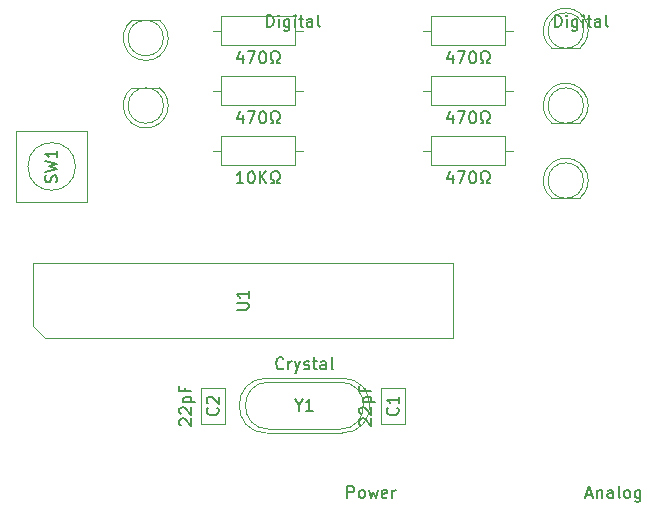
<source format=gbr>
G04 #@! TF.GenerationSoftware,KiCad,Pcbnew,(5.0.0)*
G04 #@! TF.CreationDate,2019-11-08T15:30:58-04:00*
G04 #@! TF.ProjectId,Nueva carpeta,4E7565766120636172706574612E6B69,rev?*
G04 #@! TF.SameCoordinates,Original*
G04 #@! TF.FileFunction,Other,Fab,Top*
%FSLAX46Y46*%
G04 Gerber Fmt 4.6, Leading zero omitted, Abs format (unit mm)*
G04 Created by KiCad (PCBNEW (5.0.0)) date 11/08/19 15:30:58*
%MOMM*%
%LPD*%
G01*
G04 APERTURE LIST*
%ADD10C,0.100000*%
%ADD11C,0.150000*%
G04 APERTURE END LIST*
D10*
G04 #@! TO.C,D5*
X127612524Y-79779445D02*
G75*
G03X129944190Y-79780000I1165476J-1500555D01*
G01*
X130278000Y-81280000D02*
G75*
G03X130278000Y-81280000I-1500000J0D01*
G01*
X129944190Y-79780000D02*
X127611810Y-79780000D01*
G04 #@! TO.C,R6*
X135153000Y-79395000D02*
X135153000Y-81895000D01*
X135153000Y-81895000D02*
X141453000Y-81895000D01*
X141453000Y-81895000D02*
X141453000Y-79395000D01*
X141453000Y-79395000D02*
X135153000Y-79395000D01*
X134493000Y-80645000D02*
X135153000Y-80645000D01*
X142113000Y-80645000D02*
X141453000Y-80645000D01*
G04 #@! TO.C,U1*
X119253000Y-105680000D02*
X119253000Y-100330000D01*
X119253000Y-100330000D02*
X154813000Y-100330000D01*
X154813000Y-100330000D02*
X154813000Y-106680000D01*
X154813000Y-106680000D02*
X120253000Y-106680000D01*
X120253000Y-106680000D02*
X119253000Y-105680000D01*
G04 #@! TO.C,SW1*
X123813000Y-92150000D02*
X123813000Y-95150000D01*
X123813000Y-95150000D02*
X117813000Y-95150000D01*
X117813000Y-95150000D02*
X117813000Y-89150000D01*
X117813000Y-89150000D02*
X123813000Y-89150000D01*
X123813000Y-89150000D02*
X123813000Y-92150000D01*
X122828564Y-92150000D02*
G75*
G03X122828564Y-92150000I-2015564J0D01*
G01*
G04 #@! TO.C,C1*
X150733000Y-113915000D02*
X150733000Y-110915000D01*
X148733000Y-113915000D02*
X150733000Y-113915000D01*
X148733000Y-110915000D02*
X148733000Y-113915000D01*
X150733000Y-110915000D02*
X148733000Y-110915000D01*
G04 #@! TO.C,C2*
X135493000Y-110915000D02*
X133493000Y-110915000D01*
X133493000Y-110915000D02*
X133493000Y-113915000D01*
X133493000Y-113915000D02*
X135493000Y-113915000D01*
X135493000Y-113915000D02*
X135493000Y-110915000D01*
G04 #@! TO.C,Y1*
X145413000Y-114720000D02*
X139013000Y-114720000D01*
X145413000Y-110070000D02*
X139013000Y-110070000D01*
X145213000Y-114395000D02*
X139213000Y-114395000D01*
X145213000Y-110395000D02*
X139213000Y-110395000D01*
X145413000Y-110070000D02*
G75*
G02X145413000Y-114720000I0J-2325000D01*
G01*
X139013000Y-110070000D02*
G75*
G03X139013000Y-114720000I0J-2325000D01*
G01*
X145213000Y-110395000D02*
G75*
G02X145213000Y-114395000I0J-2000000D01*
G01*
X139213000Y-110395000D02*
G75*
G03X139213000Y-114395000I0J-2000000D01*
G01*
G04 #@! TO.C,D1*
X129944190Y-85495000D02*
X127611810Y-85495000D01*
X130278000Y-86995000D02*
G75*
G03X130278000Y-86995000I-1500000J0D01*
G01*
X127612524Y-85494445D02*
G75*
G03X129944190Y-85495000I1165476J-1500555D01*
G01*
G04 #@! TO.C,D2*
X165503476Y-88495555D02*
G75*
G03X163171810Y-88495000I-1165476J1500555D01*
G01*
X165838000Y-86995000D02*
G75*
G03X165838000Y-86995000I-1500000J0D01*
G01*
X163171810Y-88495000D02*
X165504190Y-88495000D01*
G04 #@! TO.C,D3*
X163171810Y-82145000D02*
X165504190Y-82145000D01*
X165838000Y-80645000D02*
G75*
G03X165838000Y-80645000I-1500000J0D01*
G01*
X165503476Y-82145555D02*
G75*
G03X163171810Y-82145000I-1165476J1500555D01*
G01*
G04 #@! TO.C,D4*
X165503476Y-94845555D02*
G75*
G03X163171810Y-94845000I-1165476J1500555D01*
G01*
X165838000Y-93345000D02*
G75*
G03X165838000Y-93345000I-1500000J0D01*
G01*
X163171810Y-94845000D02*
X165504190Y-94845000D01*
G04 #@! TO.C,R1*
X135153000Y-89555000D02*
X135153000Y-92055000D01*
X135153000Y-92055000D02*
X141453000Y-92055000D01*
X141453000Y-92055000D02*
X141453000Y-89555000D01*
X141453000Y-89555000D02*
X135153000Y-89555000D01*
X134493000Y-90805000D02*
X135153000Y-90805000D01*
X142113000Y-90805000D02*
X141453000Y-90805000D01*
G04 #@! TO.C,R5*
X159893000Y-90805000D02*
X159233000Y-90805000D01*
X152273000Y-90805000D02*
X152933000Y-90805000D01*
X159233000Y-89555000D02*
X152933000Y-89555000D01*
X159233000Y-92055000D02*
X159233000Y-89555000D01*
X152933000Y-92055000D02*
X159233000Y-92055000D01*
X152933000Y-89555000D02*
X152933000Y-92055000D01*
G04 #@! TO.C,R2*
X135153000Y-84475000D02*
X135153000Y-86975000D01*
X135153000Y-86975000D02*
X141453000Y-86975000D01*
X141453000Y-86975000D02*
X141453000Y-84475000D01*
X141453000Y-84475000D02*
X135153000Y-84475000D01*
X134493000Y-85725000D02*
X135153000Y-85725000D01*
X142113000Y-85725000D02*
X141453000Y-85725000D01*
G04 #@! TO.C,R4*
X159893000Y-80645000D02*
X159233000Y-80645000D01*
X152273000Y-80645000D02*
X152933000Y-80645000D01*
X159233000Y-79395000D02*
X152933000Y-79395000D01*
X159233000Y-81895000D02*
X159233000Y-79395000D01*
X152933000Y-81895000D02*
X159233000Y-81895000D01*
X152933000Y-79395000D02*
X152933000Y-81895000D01*
G04 #@! TO.C,R3*
X152933000Y-84475000D02*
X152933000Y-86975000D01*
X152933000Y-86975000D02*
X159233000Y-86975000D01*
X159233000Y-86975000D02*
X159233000Y-84475000D01*
X159233000Y-84475000D02*
X152933000Y-84475000D01*
X152273000Y-85725000D02*
X152933000Y-85725000D01*
X159893000Y-85725000D02*
X159233000Y-85725000D01*
G04 #@! TD*
G04 #@! TO.C,R6*
D11*
X136969666Y-82740714D02*
X136969666Y-83407380D01*
X136731571Y-82359761D02*
X136493476Y-83074047D01*
X137112523Y-83074047D01*
X137398238Y-82407380D02*
X138064904Y-82407380D01*
X137636333Y-83407380D01*
X138636333Y-82407380D02*
X138731571Y-82407380D01*
X138826809Y-82455000D01*
X138874428Y-82502619D01*
X138922047Y-82597857D01*
X138969666Y-82788333D01*
X138969666Y-83026428D01*
X138922047Y-83216904D01*
X138874428Y-83312142D01*
X138826809Y-83359761D01*
X138731571Y-83407380D01*
X138636333Y-83407380D01*
X138541095Y-83359761D01*
X138493476Y-83312142D01*
X138445857Y-83216904D01*
X138398238Y-83026428D01*
X138398238Y-82788333D01*
X138445857Y-82597857D01*
X138493476Y-82502619D01*
X138541095Y-82455000D01*
X138636333Y-82407380D01*
X139350619Y-83407380D02*
X139588714Y-83407380D01*
X139588714Y-83216904D01*
X139493476Y-83169285D01*
X139398238Y-83074047D01*
X139350619Y-82931190D01*
X139350619Y-82693095D01*
X139398238Y-82550238D01*
X139493476Y-82455000D01*
X139636333Y-82407380D01*
X139826809Y-82407380D01*
X139969666Y-82455000D01*
X140064904Y-82550238D01*
X140112523Y-82693095D01*
X140112523Y-82931190D01*
X140064904Y-83074047D01*
X139969666Y-83169285D01*
X139874428Y-83216904D01*
X139874428Y-83407380D01*
X140112523Y-83407380D01*
G04 #@! TO.C,U1*
X136485380Y-104266904D02*
X137294904Y-104266904D01*
X137390142Y-104219285D01*
X137437761Y-104171666D01*
X137485380Y-104076428D01*
X137485380Y-103885952D01*
X137437761Y-103790714D01*
X137390142Y-103743095D01*
X137294904Y-103695476D01*
X136485380Y-103695476D01*
X137485380Y-102695476D02*
X137485380Y-103266904D01*
X137485380Y-102981190D02*
X136485380Y-102981190D01*
X136628238Y-103076428D01*
X136723476Y-103171666D01*
X136771095Y-103266904D01*
G04 #@! TO.C,SW1*
X121217761Y-93483333D02*
X121265380Y-93340476D01*
X121265380Y-93102380D01*
X121217761Y-93007142D01*
X121170142Y-92959523D01*
X121074904Y-92911904D01*
X120979666Y-92911904D01*
X120884428Y-92959523D01*
X120836809Y-93007142D01*
X120789190Y-93102380D01*
X120741571Y-93292857D01*
X120693952Y-93388095D01*
X120646333Y-93435714D01*
X120551095Y-93483333D01*
X120455857Y-93483333D01*
X120360619Y-93435714D01*
X120313000Y-93388095D01*
X120265380Y-93292857D01*
X120265380Y-93054761D01*
X120313000Y-92911904D01*
X120265380Y-92578571D02*
X121265380Y-92340476D01*
X120551095Y-92150000D01*
X121265380Y-91959523D01*
X120265380Y-91721428D01*
X121265380Y-90816666D02*
X121265380Y-91388095D01*
X121265380Y-91102380D02*
X120265380Y-91102380D01*
X120408238Y-91197619D01*
X120503476Y-91292857D01*
X120551095Y-91388095D01*
G04 #@! TO.C,C1*
X146970619Y-114057857D02*
X146923000Y-114010238D01*
X146875380Y-113915000D01*
X146875380Y-113676904D01*
X146923000Y-113581666D01*
X146970619Y-113534047D01*
X147065857Y-113486428D01*
X147161095Y-113486428D01*
X147303952Y-113534047D01*
X147875380Y-114105476D01*
X147875380Y-113486428D01*
X146970619Y-113105476D02*
X146923000Y-113057857D01*
X146875380Y-112962619D01*
X146875380Y-112724523D01*
X146923000Y-112629285D01*
X146970619Y-112581666D01*
X147065857Y-112534047D01*
X147161095Y-112534047D01*
X147303952Y-112581666D01*
X147875380Y-113153095D01*
X147875380Y-112534047D01*
X147208714Y-112105476D02*
X148208714Y-112105476D01*
X147256333Y-112105476D02*
X147208714Y-112010238D01*
X147208714Y-111819761D01*
X147256333Y-111724523D01*
X147303952Y-111676904D01*
X147399190Y-111629285D01*
X147684904Y-111629285D01*
X147780142Y-111676904D01*
X147827761Y-111724523D01*
X147875380Y-111819761D01*
X147875380Y-112010238D01*
X147827761Y-112105476D01*
X147351571Y-110867380D02*
X147351571Y-111200714D01*
X147875380Y-111200714D02*
X146875380Y-111200714D01*
X146875380Y-110724523D01*
X150090142Y-112581666D02*
X150137761Y-112629285D01*
X150185380Y-112772142D01*
X150185380Y-112867380D01*
X150137761Y-113010238D01*
X150042523Y-113105476D01*
X149947285Y-113153095D01*
X149756809Y-113200714D01*
X149613952Y-113200714D01*
X149423476Y-113153095D01*
X149328238Y-113105476D01*
X149233000Y-113010238D01*
X149185380Y-112867380D01*
X149185380Y-112772142D01*
X149233000Y-112629285D01*
X149280619Y-112581666D01*
X150185380Y-111629285D02*
X150185380Y-112200714D01*
X150185380Y-111915000D02*
X149185380Y-111915000D01*
X149328238Y-112010238D01*
X149423476Y-112105476D01*
X149471095Y-112200714D01*
G04 #@! TO.C,C2*
X131730619Y-114057857D02*
X131683000Y-114010238D01*
X131635380Y-113915000D01*
X131635380Y-113676904D01*
X131683000Y-113581666D01*
X131730619Y-113534047D01*
X131825857Y-113486428D01*
X131921095Y-113486428D01*
X132063952Y-113534047D01*
X132635380Y-114105476D01*
X132635380Y-113486428D01*
X131730619Y-113105476D02*
X131683000Y-113057857D01*
X131635380Y-112962619D01*
X131635380Y-112724523D01*
X131683000Y-112629285D01*
X131730619Y-112581666D01*
X131825857Y-112534047D01*
X131921095Y-112534047D01*
X132063952Y-112581666D01*
X132635380Y-113153095D01*
X132635380Y-112534047D01*
X131968714Y-112105476D02*
X132968714Y-112105476D01*
X132016333Y-112105476D02*
X131968714Y-112010238D01*
X131968714Y-111819761D01*
X132016333Y-111724523D01*
X132063952Y-111676904D01*
X132159190Y-111629285D01*
X132444904Y-111629285D01*
X132540142Y-111676904D01*
X132587761Y-111724523D01*
X132635380Y-111819761D01*
X132635380Y-112010238D01*
X132587761Y-112105476D01*
X132111571Y-110867380D02*
X132111571Y-111200714D01*
X132635380Y-111200714D02*
X131635380Y-111200714D01*
X131635380Y-110724523D01*
X134850142Y-112581666D02*
X134897761Y-112629285D01*
X134945380Y-112772142D01*
X134945380Y-112867380D01*
X134897761Y-113010238D01*
X134802523Y-113105476D01*
X134707285Y-113153095D01*
X134516809Y-113200714D01*
X134373952Y-113200714D01*
X134183476Y-113153095D01*
X134088238Y-113105476D01*
X133993000Y-113010238D01*
X133945380Y-112867380D01*
X133945380Y-112772142D01*
X133993000Y-112629285D01*
X134040619Y-112581666D01*
X134040619Y-112200714D02*
X133993000Y-112153095D01*
X133945380Y-112057857D01*
X133945380Y-111819761D01*
X133993000Y-111724523D01*
X134040619Y-111676904D01*
X134135857Y-111629285D01*
X134231095Y-111629285D01*
X134373952Y-111676904D01*
X134945380Y-112248333D01*
X134945380Y-111629285D01*
G04 #@! TO.C,Y1*
X140427285Y-109227142D02*
X140379666Y-109274761D01*
X140236809Y-109322380D01*
X140141571Y-109322380D01*
X139998714Y-109274761D01*
X139903476Y-109179523D01*
X139855857Y-109084285D01*
X139808238Y-108893809D01*
X139808238Y-108750952D01*
X139855857Y-108560476D01*
X139903476Y-108465238D01*
X139998714Y-108370000D01*
X140141571Y-108322380D01*
X140236809Y-108322380D01*
X140379666Y-108370000D01*
X140427285Y-108417619D01*
X140855857Y-109322380D02*
X140855857Y-108655714D01*
X140855857Y-108846190D02*
X140903476Y-108750952D01*
X140951095Y-108703333D01*
X141046333Y-108655714D01*
X141141571Y-108655714D01*
X141379666Y-108655714D02*
X141617761Y-109322380D01*
X141855857Y-108655714D02*
X141617761Y-109322380D01*
X141522523Y-109560476D01*
X141474904Y-109608095D01*
X141379666Y-109655714D01*
X142189190Y-109274761D02*
X142284428Y-109322380D01*
X142474904Y-109322380D01*
X142570142Y-109274761D01*
X142617761Y-109179523D01*
X142617761Y-109131904D01*
X142570142Y-109036666D01*
X142474904Y-108989047D01*
X142332047Y-108989047D01*
X142236809Y-108941428D01*
X142189190Y-108846190D01*
X142189190Y-108798571D01*
X142236809Y-108703333D01*
X142332047Y-108655714D01*
X142474904Y-108655714D01*
X142570142Y-108703333D01*
X142903476Y-108655714D02*
X143284428Y-108655714D01*
X143046333Y-108322380D02*
X143046333Y-109179523D01*
X143093952Y-109274761D01*
X143189190Y-109322380D01*
X143284428Y-109322380D01*
X144046333Y-109322380D02*
X144046333Y-108798571D01*
X143998714Y-108703333D01*
X143903476Y-108655714D01*
X143713000Y-108655714D01*
X143617761Y-108703333D01*
X144046333Y-109274761D02*
X143951095Y-109322380D01*
X143713000Y-109322380D01*
X143617761Y-109274761D01*
X143570142Y-109179523D01*
X143570142Y-109084285D01*
X143617761Y-108989047D01*
X143713000Y-108941428D01*
X143951095Y-108941428D01*
X144046333Y-108893809D01*
X144665380Y-109322380D02*
X144570142Y-109274761D01*
X144522523Y-109179523D01*
X144522523Y-108322380D01*
X141736809Y-112371190D02*
X141736809Y-112847380D01*
X141403476Y-111847380D02*
X141736809Y-112371190D01*
X142070142Y-111847380D01*
X142927285Y-112847380D02*
X142355857Y-112847380D01*
X142641571Y-112847380D02*
X142641571Y-111847380D01*
X142546333Y-111990238D01*
X142451095Y-112085476D01*
X142355857Y-112133095D01*
G04 #@! TO.C,R1*
X137041095Y-93567380D02*
X136469666Y-93567380D01*
X136755380Y-93567380D02*
X136755380Y-92567380D01*
X136660142Y-92710238D01*
X136564904Y-92805476D01*
X136469666Y-92853095D01*
X137660142Y-92567380D02*
X137755380Y-92567380D01*
X137850619Y-92615000D01*
X137898238Y-92662619D01*
X137945857Y-92757857D01*
X137993476Y-92948333D01*
X137993476Y-93186428D01*
X137945857Y-93376904D01*
X137898238Y-93472142D01*
X137850619Y-93519761D01*
X137755380Y-93567380D01*
X137660142Y-93567380D01*
X137564904Y-93519761D01*
X137517285Y-93472142D01*
X137469666Y-93376904D01*
X137422047Y-93186428D01*
X137422047Y-92948333D01*
X137469666Y-92757857D01*
X137517285Y-92662619D01*
X137564904Y-92615000D01*
X137660142Y-92567380D01*
X138422047Y-93567380D02*
X138422047Y-92567380D01*
X138993476Y-93567380D02*
X138564904Y-92995952D01*
X138993476Y-92567380D02*
X138422047Y-93138809D01*
X139374428Y-93567380D02*
X139612523Y-93567380D01*
X139612523Y-93376904D01*
X139517285Y-93329285D01*
X139422047Y-93234047D01*
X139374428Y-93091190D01*
X139374428Y-92853095D01*
X139422047Y-92710238D01*
X139517285Y-92615000D01*
X139660142Y-92567380D01*
X139850619Y-92567380D01*
X139993476Y-92615000D01*
X140088714Y-92710238D01*
X140136333Y-92853095D01*
X140136333Y-93091190D01*
X140088714Y-93234047D01*
X139993476Y-93329285D01*
X139898238Y-93376904D01*
X139898238Y-93567380D01*
X140136333Y-93567380D01*
G04 #@! TO.C,R5*
X154749666Y-92900714D02*
X154749666Y-93567380D01*
X154511571Y-92519761D02*
X154273476Y-93234047D01*
X154892523Y-93234047D01*
X155178238Y-92567380D02*
X155844904Y-92567380D01*
X155416333Y-93567380D01*
X156416333Y-92567380D02*
X156511571Y-92567380D01*
X156606809Y-92615000D01*
X156654428Y-92662619D01*
X156702047Y-92757857D01*
X156749666Y-92948333D01*
X156749666Y-93186428D01*
X156702047Y-93376904D01*
X156654428Y-93472142D01*
X156606809Y-93519761D01*
X156511571Y-93567380D01*
X156416333Y-93567380D01*
X156321095Y-93519761D01*
X156273476Y-93472142D01*
X156225857Y-93376904D01*
X156178238Y-93186428D01*
X156178238Y-92948333D01*
X156225857Y-92757857D01*
X156273476Y-92662619D01*
X156321095Y-92615000D01*
X156416333Y-92567380D01*
X157130619Y-93567380D02*
X157368714Y-93567380D01*
X157368714Y-93376904D01*
X157273476Y-93329285D01*
X157178238Y-93234047D01*
X157130619Y-93091190D01*
X157130619Y-92853095D01*
X157178238Y-92710238D01*
X157273476Y-92615000D01*
X157416333Y-92567380D01*
X157606809Y-92567380D01*
X157749666Y-92615000D01*
X157844904Y-92710238D01*
X157892523Y-92853095D01*
X157892523Y-93091190D01*
X157844904Y-93234047D01*
X157749666Y-93329285D01*
X157654428Y-93376904D01*
X157654428Y-93567380D01*
X157892523Y-93567380D01*
G04 #@! TO.C,R2*
X136969666Y-87820714D02*
X136969666Y-88487380D01*
X136731571Y-87439761D02*
X136493476Y-88154047D01*
X137112523Y-88154047D01*
X137398238Y-87487380D02*
X138064904Y-87487380D01*
X137636333Y-88487380D01*
X138636333Y-87487380D02*
X138731571Y-87487380D01*
X138826809Y-87535000D01*
X138874428Y-87582619D01*
X138922047Y-87677857D01*
X138969666Y-87868333D01*
X138969666Y-88106428D01*
X138922047Y-88296904D01*
X138874428Y-88392142D01*
X138826809Y-88439761D01*
X138731571Y-88487380D01*
X138636333Y-88487380D01*
X138541095Y-88439761D01*
X138493476Y-88392142D01*
X138445857Y-88296904D01*
X138398238Y-88106428D01*
X138398238Y-87868333D01*
X138445857Y-87677857D01*
X138493476Y-87582619D01*
X138541095Y-87535000D01*
X138636333Y-87487380D01*
X139350619Y-88487380D02*
X139588714Y-88487380D01*
X139588714Y-88296904D01*
X139493476Y-88249285D01*
X139398238Y-88154047D01*
X139350619Y-88011190D01*
X139350619Y-87773095D01*
X139398238Y-87630238D01*
X139493476Y-87535000D01*
X139636333Y-87487380D01*
X139826809Y-87487380D01*
X139969666Y-87535000D01*
X140064904Y-87630238D01*
X140112523Y-87773095D01*
X140112523Y-88011190D01*
X140064904Y-88154047D01*
X139969666Y-88249285D01*
X139874428Y-88296904D01*
X139874428Y-88487380D01*
X140112523Y-88487380D01*
G04 #@! TO.C,R4*
X154749666Y-82740714D02*
X154749666Y-83407380D01*
X154511571Y-82359761D02*
X154273476Y-83074047D01*
X154892523Y-83074047D01*
X155178238Y-82407380D02*
X155844904Y-82407380D01*
X155416333Y-83407380D01*
X156416333Y-82407380D02*
X156511571Y-82407380D01*
X156606809Y-82455000D01*
X156654428Y-82502619D01*
X156702047Y-82597857D01*
X156749666Y-82788333D01*
X156749666Y-83026428D01*
X156702047Y-83216904D01*
X156654428Y-83312142D01*
X156606809Y-83359761D01*
X156511571Y-83407380D01*
X156416333Y-83407380D01*
X156321095Y-83359761D01*
X156273476Y-83312142D01*
X156225857Y-83216904D01*
X156178238Y-83026428D01*
X156178238Y-82788333D01*
X156225857Y-82597857D01*
X156273476Y-82502619D01*
X156321095Y-82455000D01*
X156416333Y-82407380D01*
X157130619Y-83407380D02*
X157368714Y-83407380D01*
X157368714Y-83216904D01*
X157273476Y-83169285D01*
X157178238Y-83074047D01*
X157130619Y-82931190D01*
X157130619Y-82693095D01*
X157178238Y-82550238D01*
X157273476Y-82455000D01*
X157416333Y-82407380D01*
X157606809Y-82407380D01*
X157749666Y-82455000D01*
X157844904Y-82550238D01*
X157892523Y-82693095D01*
X157892523Y-82931190D01*
X157844904Y-83074047D01*
X157749666Y-83169285D01*
X157654428Y-83216904D01*
X157654428Y-83407380D01*
X157892523Y-83407380D01*
G04 #@! TO.C,R3*
X154749666Y-87820714D02*
X154749666Y-88487380D01*
X154511571Y-87439761D02*
X154273476Y-88154047D01*
X154892523Y-88154047D01*
X155178238Y-87487380D02*
X155844904Y-87487380D01*
X155416333Y-88487380D01*
X156416333Y-87487380D02*
X156511571Y-87487380D01*
X156606809Y-87535000D01*
X156654428Y-87582619D01*
X156702047Y-87677857D01*
X156749666Y-87868333D01*
X156749666Y-88106428D01*
X156702047Y-88296904D01*
X156654428Y-88392142D01*
X156606809Y-88439761D01*
X156511571Y-88487380D01*
X156416333Y-88487380D01*
X156321095Y-88439761D01*
X156273476Y-88392142D01*
X156225857Y-88296904D01*
X156178238Y-88106428D01*
X156178238Y-87868333D01*
X156225857Y-87677857D01*
X156273476Y-87582619D01*
X156321095Y-87535000D01*
X156416333Y-87487380D01*
X157130619Y-88487380D02*
X157368714Y-88487380D01*
X157368714Y-88296904D01*
X157273476Y-88249285D01*
X157178238Y-88154047D01*
X157130619Y-88011190D01*
X157130619Y-87773095D01*
X157178238Y-87630238D01*
X157273476Y-87535000D01*
X157416333Y-87487380D01*
X157606809Y-87487380D01*
X157749666Y-87535000D01*
X157844904Y-87630238D01*
X157892523Y-87773095D01*
X157892523Y-88011190D01*
X157844904Y-88154047D01*
X157749666Y-88249285D01*
X157654428Y-88296904D01*
X157654428Y-88487380D01*
X157892523Y-88487380D01*
G04 #@! TO.C,P1*
X145851809Y-120213380D02*
X145851809Y-119213380D01*
X146232761Y-119213380D01*
X146328000Y-119261000D01*
X146375619Y-119308619D01*
X146423238Y-119403857D01*
X146423238Y-119546714D01*
X146375619Y-119641952D01*
X146328000Y-119689571D01*
X146232761Y-119737190D01*
X145851809Y-119737190D01*
X146994666Y-120213380D02*
X146899428Y-120165761D01*
X146851809Y-120118142D01*
X146804190Y-120022904D01*
X146804190Y-119737190D01*
X146851809Y-119641952D01*
X146899428Y-119594333D01*
X146994666Y-119546714D01*
X147137523Y-119546714D01*
X147232761Y-119594333D01*
X147280380Y-119641952D01*
X147328000Y-119737190D01*
X147328000Y-120022904D01*
X147280380Y-120118142D01*
X147232761Y-120165761D01*
X147137523Y-120213380D01*
X146994666Y-120213380D01*
X147661333Y-119546714D02*
X147851809Y-120213380D01*
X148042285Y-119737190D01*
X148232761Y-120213380D01*
X148423238Y-119546714D01*
X149185142Y-120165761D02*
X149089904Y-120213380D01*
X148899428Y-120213380D01*
X148804190Y-120165761D01*
X148756571Y-120070523D01*
X148756571Y-119689571D01*
X148804190Y-119594333D01*
X148899428Y-119546714D01*
X149089904Y-119546714D01*
X149185142Y-119594333D01*
X149232761Y-119689571D01*
X149232761Y-119784809D01*
X148756571Y-119880047D01*
X149661333Y-120213380D02*
X149661333Y-119546714D01*
X149661333Y-119737190D02*
X149708952Y-119641952D01*
X149756571Y-119594333D01*
X149851809Y-119546714D01*
X149947047Y-119546714D01*
G04 #@! TO.C,P2*
X166092476Y-119927666D02*
X166568666Y-119927666D01*
X165997238Y-120213380D02*
X166330571Y-119213380D01*
X166663904Y-120213380D01*
X166997238Y-119546714D02*
X166997238Y-120213380D01*
X166997238Y-119641952D02*
X167044857Y-119594333D01*
X167140095Y-119546714D01*
X167282952Y-119546714D01*
X167378190Y-119594333D01*
X167425809Y-119689571D01*
X167425809Y-120213380D01*
X168330571Y-120213380D02*
X168330571Y-119689571D01*
X168282952Y-119594333D01*
X168187714Y-119546714D01*
X167997238Y-119546714D01*
X167902000Y-119594333D01*
X168330571Y-120165761D02*
X168235333Y-120213380D01*
X167997238Y-120213380D01*
X167902000Y-120165761D01*
X167854380Y-120070523D01*
X167854380Y-119975285D01*
X167902000Y-119880047D01*
X167997238Y-119832428D01*
X168235333Y-119832428D01*
X168330571Y-119784809D01*
X168949619Y-120213380D02*
X168854380Y-120165761D01*
X168806761Y-120070523D01*
X168806761Y-119213380D01*
X169473428Y-120213380D02*
X169378190Y-120165761D01*
X169330571Y-120118142D01*
X169282952Y-120022904D01*
X169282952Y-119737190D01*
X169330571Y-119641952D01*
X169378190Y-119594333D01*
X169473428Y-119546714D01*
X169616285Y-119546714D01*
X169711523Y-119594333D01*
X169759142Y-119641952D01*
X169806761Y-119737190D01*
X169806761Y-120022904D01*
X169759142Y-120118142D01*
X169711523Y-120165761D01*
X169616285Y-120213380D01*
X169473428Y-120213380D01*
X170663904Y-119546714D02*
X170663904Y-120356238D01*
X170616285Y-120451476D01*
X170568666Y-120499095D01*
X170473428Y-120546714D01*
X170330571Y-120546714D01*
X170235333Y-120499095D01*
X170663904Y-120165761D02*
X170568666Y-120213380D01*
X170378190Y-120213380D01*
X170282952Y-120165761D01*
X170235333Y-120118142D01*
X170187714Y-120022904D01*
X170187714Y-119737190D01*
X170235333Y-119641952D01*
X170282952Y-119594333D01*
X170378190Y-119546714D01*
X170568666Y-119546714D01*
X170663904Y-119594333D01*
G04 #@! TO.C,P3*
X139033523Y-80335380D02*
X139033523Y-79335380D01*
X139271619Y-79335380D01*
X139414476Y-79383000D01*
X139509714Y-79478238D01*
X139557333Y-79573476D01*
X139604952Y-79763952D01*
X139604952Y-79906809D01*
X139557333Y-80097285D01*
X139509714Y-80192523D01*
X139414476Y-80287761D01*
X139271619Y-80335380D01*
X139033523Y-80335380D01*
X140033523Y-80335380D02*
X140033523Y-79668714D01*
X140033523Y-79335380D02*
X139985904Y-79383000D01*
X140033523Y-79430619D01*
X140081142Y-79383000D01*
X140033523Y-79335380D01*
X140033523Y-79430619D01*
X140938285Y-79668714D02*
X140938285Y-80478238D01*
X140890666Y-80573476D01*
X140843047Y-80621095D01*
X140747809Y-80668714D01*
X140604952Y-80668714D01*
X140509714Y-80621095D01*
X140938285Y-80287761D02*
X140843047Y-80335380D01*
X140652571Y-80335380D01*
X140557333Y-80287761D01*
X140509714Y-80240142D01*
X140462095Y-80144904D01*
X140462095Y-79859190D01*
X140509714Y-79763952D01*
X140557333Y-79716333D01*
X140652571Y-79668714D01*
X140843047Y-79668714D01*
X140938285Y-79716333D01*
X141414476Y-80335380D02*
X141414476Y-79668714D01*
X141414476Y-79335380D02*
X141366857Y-79383000D01*
X141414476Y-79430619D01*
X141462095Y-79383000D01*
X141414476Y-79335380D01*
X141414476Y-79430619D01*
X141747809Y-79668714D02*
X142128761Y-79668714D01*
X141890666Y-79335380D02*
X141890666Y-80192523D01*
X141938285Y-80287761D01*
X142033523Y-80335380D01*
X142128761Y-80335380D01*
X142890666Y-80335380D02*
X142890666Y-79811571D01*
X142843047Y-79716333D01*
X142747809Y-79668714D01*
X142557333Y-79668714D01*
X142462095Y-79716333D01*
X142890666Y-80287761D02*
X142795428Y-80335380D01*
X142557333Y-80335380D01*
X142462095Y-80287761D01*
X142414476Y-80192523D01*
X142414476Y-80097285D01*
X142462095Y-80002047D01*
X142557333Y-79954428D01*
X142795428Y-79954428D01*
X142890666Y-79906809D01*
X143509714Y-80335380D02*
X143414476Y-80287761D01*
X143366857Y-80192523D01*
X143366857Y-79335380D01*
G04 #@! TO.C,P4*
X163417523Y-80335380D02*
X163417523Y-79335380D01*
X163655619Y-79335380D01*
X163798476Y-79383000D01*
X163893714Y-79478238D01*
X163941333Y-79573476D01*
X163988952Y-79763952D01*
X163988952Y-79906809D01*
X163941333Y-80097285D01*
X163893714Y-80192523D01*
X163798476Y-80287761D01*
X163655619Y-80335380D01*
X163417523Y-80335380D01*
X164417523Y-80335380D02*
X164417523Y-79668714D01*
X164417523Y-79335380D02*
X164369904Y-79383000D01*
X164417523Y-79430619D01*
X164465142Y-79383000D01*
X164417523Y-79335380D01*
X164417523Y-79430619D01*
X165322285Y-79668714D02*
X165322285Y-80478238D01*
X165274666Y-80573476D01*
X165227047Y-80621095D01*
X165131809Y-80668714D01*
X164988952Y-80668714D01*
X164893714Y-80621095D01*
X165322285Y-80287761D02*
X165227047Y-80335380D01*
X165036571Y-80335380D01*
X164941333Y-80287761D01*
X164893714Y-80240142D01*
X164846095Y-80144904D01*
X164846095Y-79859190D01*
X164893714Y-79763952D01*
X164941333Y-79716333D01*
X165036571Y-79668714D01*
X165227047Y-79668714D01*
X165322285Y-79716333D01*
X165798476Y-80335380D02*
X165798476Y-79668714D01*
X165798476Y-79335380D02*
X165750857Y-79383000D01*
X165798476Y-79430619D01*
X165846095Y-79383000D01*
X165798476Y-79335380D01*
X165798476Y-79430619D01*
X166131809Y-79668714D02*
X166512761Y-79668714D01*
X166274666Y-79335380D02*
X166274666Y-80192523D01*
X166322285Y-80287761D01*
X166417523Y-80335380D01*
X166512761Y-80335380D01*
X167274666Y-80335380D02*
X167274666Y-79811571D01*
X167227047Y-79716333D01*
X167131809Y-79668714D01*
X166941333Y-79668714D01*
X166846095Y-79716333D01*
X167274666Y-80287761D02*
X167179428Y-80335380D01*
X166941333Y-80335380D01*
X166846095Y-80287761D01*
X166798476Y-80192523D01*
X166798476Y-80097285D01*
X166846095Y-80002047D01*
X166941333Y-79954428D01*
X167179428Y-79954428D01*
X167274666Y-79906809D01*
X167893714Y-80335380D02*
X167798476Y-80287761D01*
X167750857Y-80192523D01*
X167750857Y-79335380D01*
G04 #@! TD*
M02*

</source>
